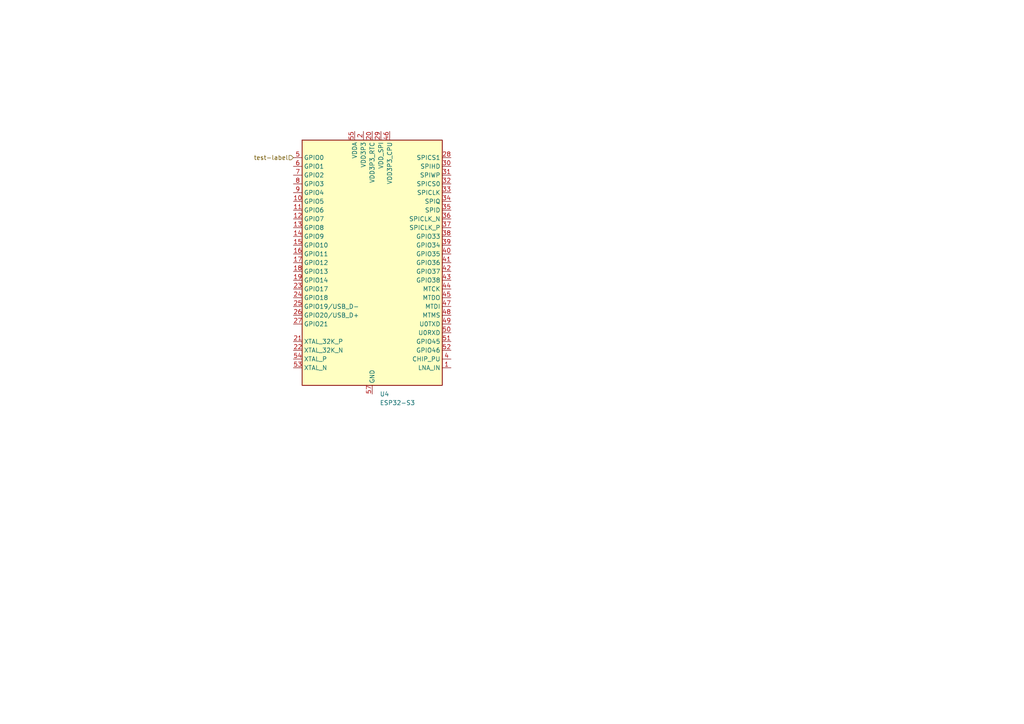
<source format=kicad_sch>
(kicad_sch (version 20231120) (generator "eeschema") (generator_version "8.0")
  (paper "A4")
  (lib_symbols
    (symbol "MCU_Espressif:ESP32-S3"
      (property "Reference" "U" (at 10.16 -38.1 0))
      (property "Value" "ESP32-S3" (at 13.97 -40.64 0))
      (symbol "ESP32-S3_0_1"
        (rectangle (start -20.32 35.56) (end 20.32 -35.56) (stroke (width 0.254)) (fill (type background)))
      )
      (symbol "ESP32-S3_1_0"
        (pin bidirectional line (at 22.86 12.7 180) (length 2.54) (name "SPICLK_N") (number "36"))
        (pin bidirectional line (at 22.86 -10.16 180) (length 2.54) (name "MTDO") (number "45"))
        (pin bidirectional line (at 22.86 -22.86 180) (length 2.54) (name "GPIO45") (number "51"))
        (pin passive line (at -5.08 38.1 270) (length 2.54) hide (name "VDDA") (number "56"))
      )
      (symbol "ESP32-S3_1_1"
        (pin bidirectional line (at 22.86 -30.48 180) (length 2.54) (name "LNA_IN") (number "1"))
        (pin bidirectional line (at -22.86 17.78 0) (length 2.54) (name "GPIO5") (number "10"))
        (pin bidirectional line (at -22.86 15.24 0) (length 2.54) (name "GPIO6") (number "11"))
        (pin bidirectional line (at -22.86 12.7 0) (length 2.54) (name "GPIO7") (number "12"))
        (pin bidirectional line (at -22.86 10.16 0) (length 2.54) (name "GPIO8") (number "13"))
        (pin bidirectional line (at -22.86 7.62 0) (length 2.54) (name "GPIO9") (number "14"))
        (pin bidirectional line (at -22.86 5.08 0) (length 2.54) (name "GPIO10") (number "15"))
        (pin bidirectional line (at -22.86 2.54 0) (length 2.54) (name "GPIO11") (number "16"))
        (pin bidirectional line (at -22.86 0 0) (length 2.54) (name "GPIO12") (number "17"))
        (pin bidirectional line (at -22.86 -2.54 0) (length 2.54) (name "GPIO13") (number "18"))
        (pin bidirectional line (at -22.86 -5.08 0) (length 2.54) (name "GPIO14") (number "19"))
        (pin power_in line (at -2.54 38.1 270) (length 2.54) (name "VDD3P3") (number "2"))
        (pin power_in line (at 0 38.1 270) (length 2.54) (name "VDD3P3_RTC") (number "20"))
        (pin passive line (at -22.86 -22.86 0) (length 2.54) (name "XTAL_32K_P") (number "21"))
        (pin passive line (at -22.86 -25.4 0) (length 2.54) (name "XTAL_32K_N") (number "22"))
        (pin bidirectional line (at -22.86 -7.62 0) (length 2.54) (name "GPIO17") (number "23"))
        (pin bidirectional line (at -22.86 -10.16 0) (length 2.54) (name "GPIO18") (number "24"))
        (pin bidirectional line (at -22.86 -12.7 0) (length 2.54) (name "GPIO19/USB_D-") (number "25"))
        (pin bidirectional line (at -22.86 -15.24 0) (length 2.54) (name "GPIO20/USB_D+") (number "26"))
        (pin bidirectional line (at -22.86 -17.78 0) (length 2.54) (name "GPIO21") (number "27"))
        (pin bidirectional line (at 22.86 30.48 180) (length 2.54) (name "SPICS1") (number "28"))
        (pin power_in line (at 2.54 38.1 270) (length 2.54) (name "VDD_SPI") (number "29"))
        (pin passive line (at -2.54 38.1 270) (length 2.54) hide (name "VDD3P3") (number "3"))
        (pin bidirectional line (at 22.86 27.94 180) (length 2.54) (name "SPIHD") (number "30"))
        (pin bidirectional line (at 22.86 25.4 180) (length 2.54) (name "SPIWP") (number "31"))
        (pin bidirectional line (at 22.86 22.86 180) (length 2.54) (name "SPICS0") (number "32"))
        (pin bidirectional line (at 22.86 20.32 180) (length 2.54) (name "SPICLK") (number "33"))
        (pin bidirectional line (at 22.86 17.78 180) (length 2.54) (name "SPIQ") (number "34"))
        (pin bidirectional line (at 22.86 15.24 180) (length 2.54) (name "SPID") (number "35"))
        (pin bidirectional line (at 22.86 10.16 180) (length 2.54) (name "SPICLK_P") (number "37"))
        (pin bidirectional line (at 22.86 7.62 180) (length 2.54) (name "GPIO33") (number "38"))
        (pin bidirectional line (at 22.86 5.08 180) (length 2.54) (name "GPIO34") (number "39"))
        (pin input line (at 22.86 -27.94 180) (length 2.54) (name "CHIP_PU") (number "4"))
        (pin bidirectional line (at 22.86 2.54 180) (length 2.54) (name "GPIO35") (number "40"))
        (pin bidirectional line (at 22.86 0 180) (length 2.54) (name "GPIO36") (number "41"))
        (pin bidirectional line (at 22.86 -2.54 180) (length 2.54) (name "GPIO37") (number "42"))
        (pin bidirectional line (at 22.86 -5.08 180) (length 2.54) (name "GPIO38") (number "43"))
        (pin bidirectional line (at 22.86 -7.62 180) (length 2.54) (name "MTCK") (number "44"))
        (pin power_in line (at 5.08 38.1 270) (length 2.54) (name "VDD3P3_CPU") (number "46"))
        (pin bidirectional line (at 22.86 -12.7 180) (length 2.54) (name "MTDI") (number "47"))
        (pin bidirectional line (at 22.86 -15.24 180) (length 2.54) (name "MTMS") (number "48"))
        (pin bidirectional line (at 22.86 -17.78 180) (length 2.54) (name "U0TXD") (number "49"))
        (pin bidirectional line (at -22.86 30.48 0) (length 2.54) (name "GPIO0") (number "5"))
        (pin bidirectional line (at 22.86 -20.32 180) (length 2.54) (name "U0RXD") (number "50"))
        (pin bidirectional line (at 22.86 -25.4 180) (length 2.54) (name "GPIO46") (number "52"))
        (pin output line (at -22.86 -30.48 0) (length 2.54) (name "XTAL_N") (number "53"))
        (pin input line (at -22.86 -27.94 0) (length 2.54) (name "XTAL_P") (number "54"))
        (pin power_in line (at -5.08 38.1 270) (length 2.54) (name "VDDA") (number "55"))
        (pin power_in line (at 0 -38.1 90) (length 2.54) (name "GND") (number "57"))
        (pin bidirectional line (at -22.86 27.94 0) (length 2.54) (name "GPIO1") (number "6"))
        (pin bidirectional line (at -22.86 25.4 0) (length 2.54) (name "GPIO2") (number "7"))
        (pin bidirectional line (at -22.86 22.86 0) (length 2.54) (name "GPIO3") (number "8"))
        (pin bidirectional line (at -22.86 20.32 0) (length 2.54) (name "GPIO4") (number "9"))
      )
    )
  )
  (hierarchical_label "test-label" (shape input) (at 85.09 45.72 180))
  (symbol (lib_id "MCU_Espressif:ESP32-S3") (at 107.95 76.2 0) (unit 1)
    (property "Reference" "U3" (at 110.1441 114.3 0) (effects (justify left)))
    (property "Value" "ESP32-S3" (at 110.1441 116.84 0) (effects (justify left)))
    (property "Footprint" "Package_DFN_QFN:QFN-56-1EP_7x7mm_P0.4mm_EP4x4mm" (effects (hide yes)))
    (property "Datasheet" "https://www.espressif.com/sites/default/files/documentation/esp32-s3_datasheet_en.pdf" (effects (hide yes)))
    (property "Description" "Microcontroller, Wi-Fi 802.11b/g/n, Bluetooth, 32bit" (effects (hide yes)))
    (instances (project "BOARD" (path "" (reference "U4") (unit 1)) (path "" (reference "U3") (unit 1))))
  )
)
</source>
